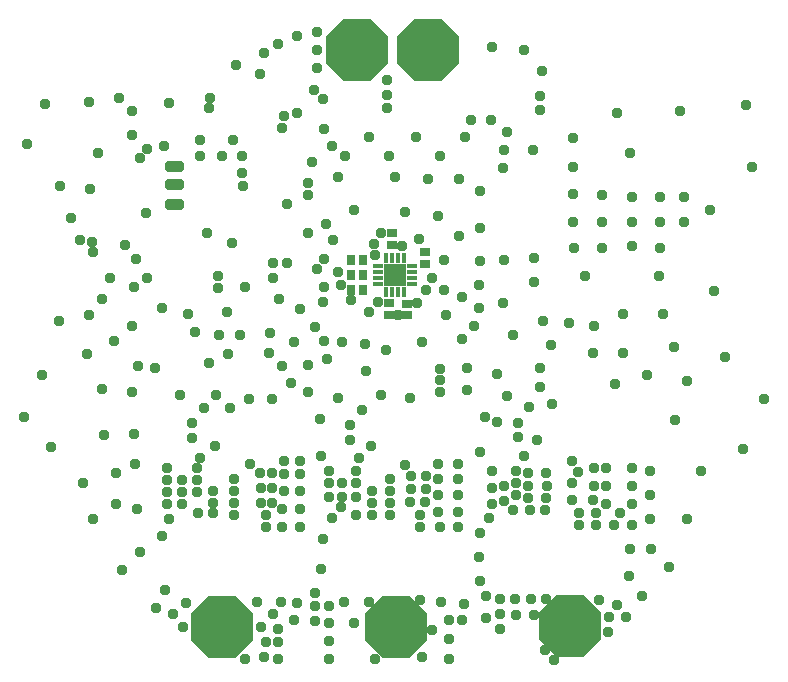
<source format=gbr>
G04 EAGLE Gerber RS-274X export*
G75*
%MOMM*%
%FSLAX34Y34*%
%LPD*%
%INSoldermask Bottom*%
%IPPOS*%
%AMOC8*
5,1,8,0,0,1.08239X$1,22.5*%
G01*
G04 Define Apertures*
%ADD10R,0.914400X0.457200*%
%ADD11R,0.457200X0.914400*%
%ADD12R,1.905000X1.905000*%
%ADD13R,0.832300X0.763200*%
%ADD14R,0.847200X0.738300*%
%ADD15R,0.738300X0.847200*%
%ADD16P,5.71848X8X202.5*%
%ADD17P,5.71848X8X112.5*%
%ADD18C,0.484631*%
%ADD19C,0.959600*%
D10*
X-14500Y-7500D03*
X-14500Y-2500D03*
X-14500Y2500D03*
X-14500Y7500D03*
D11*
X-7500Y14500D03*
X-2500Y14500D03*
X2500Y14500D03*
X7500Y14500D03*
D10*
X14500Y7500D03*
X14500Y2500D03*
X14500Y-2500D03*
X14500Y-7500D03*
D11*
X7500Y-14500D03*
X2500Y-14500D03*
X-2500Y-14500D03*
X-7500Y-14500D03*
D12*
X0Y0D03*
D13*
X10160Y-24364D03*
X10160Y-34056D03*
D14*
X-5080Y-34285D03*
X-5080Y-24135D03*
X25400Y8895D03*
X25400Y19045D03*
D15*
X-26675Y0D03*
X-36825Y0D03*
X-26675Y12700D03*
X-36825Y12700D03*
D14*
X-2540Y25405D03*
X-2540Y35555D03*
D15*
X-26675Y-12700D03*
X-36825Y-12700D03*
D16*
X28096Y190462D03*
X-32406Y190221D03*
D17*
X148499Y-296900D03*
X1270Y-298170D03*
X-146427Y-298115D03*
D18*
X-180985Y93589D02*
X-192395Y93589D01*
X-180985Y93589D02*
X-180985Y89291D01*
X-192395Y89291D01*
X-192395Y93589D01*
X-192395Y78349D02*
X-180985Y78349D01*
X-180985Y74051D01*
X-192395Y74051D01*
X-192395Y78349D01*
X-192395Y61839D02*
X-180985Y61839D01*
X-180985Y57541D01*
X-192395Y57541D01*
X-192395Y61839D01*
D19*
X-93980Y-157480D03*
X-80010Y-157480D03*
X-93980Y-168910D03*
X-80010Y-168910D03*
X-93980Y-182880D03*
X-80010Y-182880D03*
X-95250Y-198120D03*
X-80010Y-198120D03*
X-80010Y-213360D03*
X-95250Y-213360D03*
X-109220Y-213360D03*
X-109220Y-203200D03*
X-106680Y-66040D03*
X-95250Y-77470D03*
X-87630Y-91440D03*
X36830Y-160020D03*
X53340Y-160020D03*
X36830Y-172720D03*
X53340Y-172720D03*
X36830Y-186690D03*
X53340Y-186690D03*
X53340Y-213360D03*
X38100Y-213360D03*
X21590Y-213360D03*
X21590Y-203200D03*
X36830Y-200660D03*
X53340Y-200660D03*
X38100Y-80010D03*
X38100Y-88900D03*
X38100Y-99060D03*
X179070Y-163830D03*
X200660Y-163830D03*
X179070Y-179070D03*
X200660Y-179070D03*
X179070Y-194310D03*
X200660Y-194310D03*
X200660Y-212090D03*
X156210Y-201930D03*
X170180Y-201930D03*
X156210Y-212090D03*
X170180Y-212090D03*
X185420Y-212090D03*
X190500Y-201930D03*
X167640Y-66040D03*
X193040Y-66040D03*
X186690Y-92710D03*
X-150224Y-1270D03*
X-150224Y-11430D03*
X-6350Y140970D03*
X-6350Y152400D03*
X-6350Y165100D03*
X-82550Y137160D03*
X-69850Y95250D03*
X-73660Y67310D03*
X-11430Y35560D03*
X-45720Y-8890D03*
X-21590Y-31750D03*
X2540Y-34290D03*
X-91222Y59908D03*
X-37035Y-21385D03*
X-266700Y29210D03*
X-255270Y19050D03*
X-193040Y-163830D03*
X-167640Y-163830D03*
X-193040Y-184150D03*
X-167640Y-184150D03*
X-193040Y-173990D03*
X-167640Y-173990D03*
X-180340Y-173990D03*
X-180340Y-184150D03*
X-193040Y-194310D03*
X-180340Y-194310D03*
X-114300Y-167640D03*
X-104140Y-167640D03*
X-113030Y-180340D03*
X-104140Y-180340D03*
X-113030Y-193040D03*
X-104140Y-193040D03*
X-73660Y-76200D03*
X-85090Y-57150D03*
X-33020Y-166370D03*
X-55880Y-166370D03*
X-55880Y-187960D03*
X-33020Y-187960D03*
X-44450Y-187960D03*
X-55880Y-176530D03*
X-33020Y-176530D03*
X-44450Y-176530D03*
X13970Y-170180D03*
X26670Y-170180D03*
X13970Y-181610D03*
X26670Y-181610D03*
X-45720Y-196624D03*
X-24130Y-81280D03*
X-11430Y-101600D03*
X60960Y-97790D03*
X82550Y-166370D03*
X102870Y-166370D03*
X102870Y-186690D03*
X82550Y-194310D03*
X82550Y-180340D03*
X102870Y-176530D03*
X92710Y-179070D03*
X92710Y-191770D03*
X168910Y-163830D03*
X168910Y-179070D03*
X167640Y-190500D03*
X149860Y-190500D03*
X149860Y-176530D03*
X60734Y-78740D03*
X155363Y-166793D03*
X123190Y-78740D03*
X-255270Y-207010D03*
X-236220Y-194310D03*
X-220980Y-134620D03*
X-247650Y-96520D03*
X-236220Y-167640D03*
X-246380Y-135890D03*
X-264160Y-176530D03*
X-290830Y-146050D03*
X-313690Y-120650D03*
X-298450Y-85090D03*
X-284480Y-39370D03*
X-260350Y-67310D03*
X-67310Y-269240D03*
X-82550Y-278130D03*
X-99060Y-325120D03*
X-99060Y-311150D03*
X-99060Y-299720D03*
X-67310Y-293370D03*
X-85090Y-292100D03*
X-67310Y-280670D03*
X72390Y-259080D03*
X77470Y-271780D03*
X77470Y-290830D03*
X57150Y-292100D03*
X198120Y-255270D03*
X199390Y-232410D03*
X217170Y-232410D03*
X215900Y-166370D03*
X215900Y-186690D03*
X215900Y-207010D03*
X209550Y-271780D03*
X232410Y-247650D03*
X247650Y-207010D03*
X259080Y-166370D03*
X294640Y-147320D03*
X312420Y-105410D03*
X279400Y-69850D03*
X270510Y-13970D03*
X161290Y-1270D03*
X223520Y-1270D03*
X193040Y-33020D03*
X236220Y-60960D03*
X237490Y-123190D03*
X266700Y54610D03*
X302260Y91440D03*
X297180Y143510D03*
X241300Y138430D03*
X199390Y102870D03*
X187960Y137160D03*
X124460Y172720D03*
X82550Y193040D03*
X-66040Y205740D03*
X-66040Y190500D03*
X-66040Y175260D03*
X-99060Y195580D03*
X-110490Y187960D03*
X-82550Y201930D03*
X-68580Y156210D03*
X-60960Y148590D03*
X-48260Y82550D03*
X0Y82550D03*
X36830Y49530D03*
X41910Y12700D03*
X20320Y30480D03*
X8890Y53340D03*
X-34290Y54610D03*
X-58420Y43180D03*
X-13970Y-22860D03*
X-7620Y-63500D03*
X-44450Y-57150D03*
X-97790Y-20320D03*
X-67310Y-44450D03*
X-105410Y-49530D03*
X-140970Y-67310D03*
X-142240Y-31750D03*
X-175260Y-33020D03*
X-168910Y-48260D03*
X-203200Y-78740D03*
X-217170Y-77470D03*
X-237490Y-55880D03*
X-259080Y-34290D03*
X-241300Y-2540D03*
X-209550Y-2540D03*
X-247650Y-20320D03*
X-222250Y-43180D03*
X81280Y130810D03*
X64770Y130810D03*
X95250Y120650D03*
X123190Y151130D03*
X123190Y139700D03*
X109220Y190500D03*
X133350Y-109220D03*
X132080Y-59690D03*
X100330Y-50800D03*
X125730Y-39370D03*
X91440Y-24130D03*
X118110Y-6350D03*
X92710Y12700D03*
X118110Y13970D03*
X54610Y81280D03*
X54610Y33020D03*
X27940Y81280D03*
X-259080Y146050D03*
X-295910Y144780D03*
X-311150Y110490D03*
X-283210Y74930D03*
X-222250Y118110D03*
X-251460Y102870D03*
X-257810Y72390D03*
X-233680Y149860D03*
X-220980Y-10160D03*
X-196850Y-27940D03*
X-129540Y100330D03*
X-129540Y86360D03*
X-256540Y27940D03*
X0Y0D03*
X13068Y-192138D03*
X25768Y-192138D03*
X58420Y-278277D03*
X104140Y-125730D03*
X113616Y-111760D03*
X104116Y-137160D03*
X86360Y-83820D03*
X86360Y-124460D03*
X123190Y-95250D03*
X-57150Y-71120D03*
X-59690Y-55880D03*
X-27940Y-114300D03*
X-38100Y-139700D03*
X-38100Y-127000D03*
X-222476Y-99060D03*
X-161290Y-113030D03*
X-171450Y-138430D03*
X-171450Y-125730D03*
X-219710Y-160020D03*
X-218440Y-198120D03*
X-196850Y-220980D03*
X-151130Y-101600D03*
X-123190Y-105410D03*
X-104140Y-105410D03*
X-139700Y-113030D03*
X-157480Y-74930D03*
X-130810Y-50800D03*
X-148590Y-50800D03*
X-102870Y-2540D03*
X-80010Y-29210D03*
X12700Y-104140D03*
X22860Y-57150D03*
X57150Y-54610D03*
X-25400Y-58420D03*
X-62230Y-248920D03*
X-60960Y-223520D03*
X-62230Y-153670D03*
X72390Y-218440D03*
X71120Y-238760D03*
X72390Y-149860D03*
X147320Y-40640D03*
X213360Y-85090D03*
X168910Y-43180D03*
X227330Y-33020D03*
X247650Y-90170D03*
X-73660Y-99060D03*
X41910Y-12700D03*
X43180Y-34290D03*
X71120Y-27940D03*
X71120Y-8890D03*
X57150Y-19050D03*
X17780Y116840D03*
X-21590Y116840D03*
X59690Y116840D03*
X91440Y90170D03*
X-59690Y123190D03*
X-41910Y100330D03*
X-5080Y100330D03*
X38100Y100330D03*
X72390Y71120D03*
X72390Y39370D03*
X72390Y11430D03*
X-195580Y109220D03*
X-191300Y145210D03*
X151130Y115570D03*
X224790Y22860D03*
X245110Y66040D03*
X151130Y68580D03*
X151130Y91440D03*
X151130Y44450D03*
X175260Y22860D03*
X200660Y24130D03*
X175260Y44450D03*
X175260Y67310D03*
X200660Y44450D03*
X200660Y66040D03*
X224790Y66040D03*
X224790Y44450D03*
X245110Y44450D03*
X19050Y-24130D03*
X-222250Y138430D03*
X-228600Y25400D03*
X-219505Y13765D03*
X151356Y22860D03*
X-126795Y-9955D03*
X-93904Y134696D03*
X95250Y-102870D03*
X-48260Y-104140D03*
X-181610Y-101600D03*
X-209550Y106680D03*
X-215900Y99060D03*
X92710Y105410D03*
X116840Y105410D03*
X88900Y-274320D03*
X101600Y-274320D03*
X115570Y-274320D03*
X128270Y-274320D03*
X88900Y-287020D03*
X88900Y-299720D03*
X102870Y-288290D03*
X118110Y-288290D03*
X127000Y-317500D03*
X134620Y-326138D03*
X172720Y-275590D03*
X195580Y-289560D03*
X180340Y-302260D03*
X181610Y-289560D03*
X150217Y-157261D03*
X187960Y-279656D03*
X109220Y-153670D03*
X80010Y-205740D03*
X113030Y-167640D03*
X128270Y-167640D03*
X113030Y-179070D03*
X100330Y-199390D03*
X114300Y-199390D03*
X127000Y-199390D03*
X128270Y-189230D03*
X113030Y-189230D03*
X129054Y-179070D03*
X120650Y-139700D03*
X67310Y-43180D03*
X-102870Y10160D03*
X-137862Y26798D03*
X76200Y-120650D03*
X-165100Y100330D03*
X-146050Y100330D03*
X-165100Y113894D03*
X-137160Y113894D03*
X-53088Y109220D03*
X-95360Y124338D03*
X-30480Y-154940D03*
X-53340Y-205740D03*
X-3810Y-172720D03*
X-3810Y-182880D03*
X-19050Y-182880D03*
X-19050Y-193040D03*
X-3810Y-193040D03*
X-3810Y-203200D03*
X-19050Y-203200D03*
X-33020Y-203200D03*
X-20320Y-144780D03*
X-191414Y-207010D03*
X-165100Y-154742D03*
X-153670Y-182880D03*
X-153670Y-193040D03*
X-153670Y-201930D03*
X-166370Y-201930D03*
X-136116Y-172720D03*
X-136116Y-182880D03*
X-136116Y-193040D03*
X-136116Y-203200D03*
X-152400Y-144780D03*
X-55880Y-280670D03*
X-55880Y-294640D03*
X-55880Y-309880D03*
X-55880Y-325120D03*
X-43180Y-276860D03*
X-21590Y-276860D03*
X45720Y-325120D03*
X45720Y-308610D03*
X45720Y-292100D03*
X21590Y-275590D03*
X39370Y-276860D03*
X31750Y-300990D03*
X22860Y-323850D03*
X-16510Y-325120D03*
X-34290Y-294640D03*
X8890Y-160714D03*
X-158750Y35560D03*
X-63500Y-121920D03*
X-96520Y-276860D03*
X-116840Y-276860D03*
X-113030Y-298450D03*
X-127000Y-325120D03*
X-179070Y-298450D03*
X-176530Y-278130D03*
X-201930Y-281940D03*
X-194310Y-266700D03*
X-122834Y-160020D03*
X-187960Y-287020D03*
X-110490Y-323850D03*
X-109220Y-311150D03*
X-102870Y-287020D03*
X-215900Y-234950D03*
X-231140Y-250190D03*
X-210820Y52070D03*
X-274320Y48260D03*
X-66040Y5080D03*
X-59690Y-10160D03*
X26670Y-12700D03*
X-52070Y29210D03*
X6350Y24130D03*
X-60249Y13292D03*
X-16510Y16510D03*
X-48260Y2540D03*
X-17780Y26444D03*
X-73660Y35560D03*
X-91440Y10160D03*
X-60946Y-22846D03*
X-128322Y74930D03*
X-73660Y77470D03*
X31674Y-2464D03*
X-114300Y170180D03*
X-157198Y140984D03*
X-134620Y177800D03*
X-156408Y150072D03*
M02*

</source>
